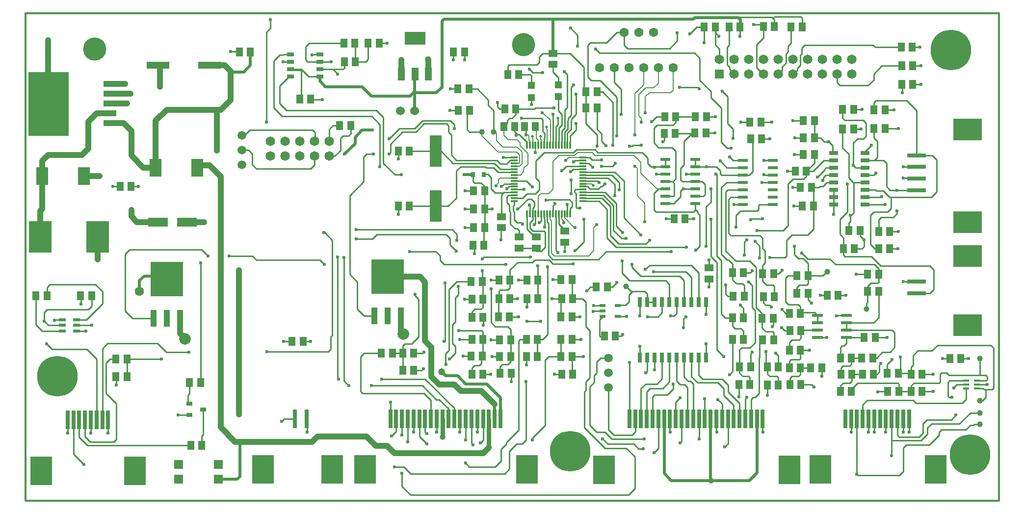
<source format=gbr>
G04 EasyPC Gerber Version 21.0.3 Build 4286 *
G04 #@! TF.Part,Single*
G04 #@! TF.FileFunction,Copper,L1,Top *
G04 #@! TF.FilePolarity,Positive *
%FSLAX35Y35*%
%MOIN*%
G04 #@! TA.AperFunction,SMDPad*
%ADD26R,0.01181X0.04724*%
%ADD85R,0.02559X0.06890*%
%ADD14R,0.02953X0.12992*%
%ADD70R,0.03150X0.03543*%
%ADD89R,0.03937X0.11220*%
%ADD71R,0.04800X0.08800*%
%ADD18R,0.05118X0.05906*%
%ADD77R,0.07874X0.12008*%
%ADD21R,0.07874X0.21654*%
%ADD15R,0.15157X0.19685*%
%ADD76R,0.15354X0.21260*%
%ADD90R,0.21850X0.23425*%
%ADD75R,0.27559X0.43307*%
%ADD23R,0.04724X0.04724*%
G04 #@! TA.AperFunction,ComponentPad*
%ADD84R,0.06000X0.06000*%
%ADD27R,0.06496X0.06496*%
G04 #@! TD.AperFunction*
%ADD95C,0.00591*%
%ADD93C,0.00984*%
%ADD98C,0.01200*%
%ADD96C,0.01969*%
G04 #@! TA.AperFunction,ViaPad*
%ADD91C,0.02362*%
G04 #@! TD.AperFunction*
%ADD94C,0.03150*%
G04 #@! TA.AperFunction,ComponentPad*
%ADD22C,0.03937*%
G04 #@! TA.AperFunction,ViaPad*
%ADD97C,0.04724*%
G04 #@! TA.AperFunction,ComponentPad*
%ADD83C,0.05906*%
%ADD29C,0.06000*%
%ADD24C,0.06299*%
%ADD28C,0.06496*%
G04 #@! TA.AperFunction,ViaPad*
%ADD92C,0.07874*%
G04 #@! TA.AperFunction,WasherPad*
%ADD13C,0.15748*%
%ADD12C,0.27559*%
G04 #@! TA.AperFunction,SMDPad*
%ADD25R,0.04724X0.01181*%
%ADD88R,0.03937X0.01772*%
%ADD73R,0.06700X0.02100*%
%ADD86R,0.04134X0.02165*%
%ADD82R,0.07800X0.02200*%
%ADD80R,0.04724X0.02362*%
%ADD72R,0.05000X0.02500*%
%ADD87R,0.06004X0.02559*%
%ADD81R,0.03937X0.02756*%
%ADD16R,0.12992X0.02953*%
%ADD74R,0.08504X0.04213*%
%ADD78R,0.15748X0.04921*%
%ADD19R,0.05906X0.05118*%
%ADD79R,0.13386X0.06299*%
%ADD20R,0.14173X0.08661*%
%ADD17R,0.19685X0.15157*%
X0Y0D02*
D02*
D12*
X24307Y85394D03*
X372733Y34213D03*
X631313Y306899D03*
X644305Y32096D03*
D02*
D13*
X49898Y307835D03*
X341156Y310836D03*
D02*
D14*
X31313Y55718D03*
X35250D03*
X39187D03*
X43124D03*
X47061D03*
X50998D03*
X54935D03*
X58872D03*
X185841Y56506D03*
X193715D03*
X250604D03*
X254541D03*
X258478D03*
X262415D03*
X266352D03*
X270289D03*
X274226D03*
X278163D03*
X282100D03*
X286037D03*
X289974D03*
X293911D03*
X297848D03*
X301785D03*
X305722D03*
X309659D03*
X313596D03*
X317533D03*
X321470D03*
X325407D03*
X413006Y56446D03*
X416943D03*
X420880D03*
X424817D03*
X428754D03*
X432691D03*
X436628D03*
X440565D03*
X444502D03*
X448439D03*
X452376D03*
X456313D03*
X460250D03*
X464187D03*
X468124D03*
X472061D03*
X475998D03*
X479935D03*
X483872D03*
X487809D03*
X491746D03*
X495683D03*
X499620D03*
X503557D03*
X559659Y56506D03*
X563596D03*
X567533D03*
X571470D03*
X575407D03*
X579344D03*
X583281D03*
X587219D03*
X591156D03*
X595093D03*
X599030D03*
X602967D03*
D02*
D15*
X13400Y21072D03*
X76982D03*
X164187Y21860D03*
X211234D03*
X233478D03*
X343518D03*
X395683Y21801D03*
X521667D03*
X542730Y21860D03*
X621077D03*
D02*
D16*
X608085Y141742D03*
Y149616D03*
Y211820D03*
Y219694D03*
Y227569D03*
Y235443D03*
D02*
D17*
X642730Y120088D03*
Y167135D03*
Y190167D03*
Y252962D03*
D02*
D18*
X9856Y139970D03*
X17337D03*
X40171D03*
X47652D03*
X64187Y84852D03*
Y97057D03*
X66943Y214380D03*
X71667Y84852D03*
Y97057D03*
X74423Y214380D03*
X114187Y80915D03*
X114974Y38395D03*
X121667Y80915D03*
X122455Y38395D03*
X148045Y305718D03*
X155526D03*
X183872Y108868D03*
X188990Y273828D03*
X191352Y108868D03*
X196470Y273828D03*
X216156Y255718D03*
X218911Y311624D03*
X219305Y299025D03*
X223636Y255718D03*
X226392Y311624D03*
X226785Y299025D03*
X235447Y311624D03*
X242927D03*
X244502Y100994D03*
X251982D03*
X255919Y200994D03*
Y238395D03*
X259069Y89183D03*
Y100994D03*
X263400Y200994D03*
Y238395D03*
X266549Y89183D03*
Y100994D03*
X293537Y305718D03*
X296470Y280521D03*
X296864Y265954D03*
X301018Y305718D03*
X303951Y280521D03*
X304344Y265954D03*
X305526Y99025D03*
Y149813D03*
X305919Y86820D03*
Y110443D03*
Y125403D03*
Y137608D03*
X306707Y174222D03*
X307100Y186427D03*
Y199025D03*
Y211230D03*
X313006Y99025D03*
Y149813D03*
X313400Y86820D03*
Y110443D03*
Y125403D03*
Y137608D03*
X314187Y174222D03*
X314581Y186427D03*
Y199025D03*
Y211230D03*
X324030Y125797D03*
X324423Y138002D03*
Y150600D03*
X324817Y98631D03*
Y110049D03*
X325211Y87214D03*
X327573Y254931D03*
X328360Y267135D03*
X330329Y290364D03*
X331510Y125797D03*
X331904Y138002D03*
Y150600D03*
X332297Y98631D03*
Y110049D03*
X332691Y87214D03*
X335053Y254931D03*
X335841Y267135D03*
X337809Y290364D03*
X341746Y254931D03*
X342927Y98631D03*
Y110443D03*
X343321Y138002D03*
Y150600D03*
X349226Y254931D03*
X350407Y98631D03*
Y110443D03*
X350801Y138002D03*
Y150600D03*
X366549Y98631D03*
Y110443D03*
Y125797D03*
Y150994D03*
X366943Y86820D03*
Y138002D03*
X374030Y98631D03*
Y110443D03*
Y125797D03*
Y150994D03*
X374423Y86820D03*
Y138002D03*
X383478Y267529D03*
Y278553D03*
X390565Y145876D03*
X390959Y267529D03*
Y278553D03*
X396077Y112805D03*
X398045Y145876D03*
X403557Y112805D03*
X436628Y250206D03*
X437022Y261624D03*
X443321Y192332D03*
X444108Y250206D03*
X444502Y261624D03*
X450801Y192332D03*
X457494Y250600D03*
X457888Y261624D03*
X463793Y322647D03*
X464974Y250600D03*
X465368Y261624D03*
X471274Y322647D03*
X480722D03*
X483085Y110443D03*
Y125009D03*
Y155718D03*
X483478Y139576D03*
X487415Y79734D03*
X487809Y91545D03*
X488203Y322647D03*
X490565Y110443D03*
Y125009D03*
Y155718D03*
X490959Y139576D03*
X494896Y79734D03*
Y258080D03*
X495289Y91545D03*
Y246663D03*
X502376Y258080D03*
X502770Y246663D03*
X503163Y124616D03*
X503557Y110049D03*
Y154931D03*
X503951Y139183D03*
Y323041D03*
X506707Y79340D03*
Y91545D03*
X510644Y124616D03*
X511037Y110049D03*
Y154931D03*
X511431Y139183D03*
Y323041D03*
X514187Y79340D03*
Y91545D03*
X521667Y91151D03*
Y102962D03*
Y128159D03*
X522061Y79734D03*
Y116348D03*
X522848Y322647D03*
X525604Y224616D03*
X526785Y141545D03*
Y153750D03*
X529148Y91151D03*
Y102962D03*
Y128159D03*
Y213592D03*
X529541Y79734D03*
Y116348D03*
X530329Y322647D03*
X530526Y200994D03*
X531116Y236033D03*
Y247450D03*
Y258868D03*
X533085Y224616D03*
X534266Y141545D03*
Y153750D03*
X536234Y91151D03*
X536628Y213592D03*
X538006Y200994D03*
X538596Y236033D03*
Y247450D03*
Y258868D03*
X543715Y91151D03*
X547258Y140364D03*
X554738D03*
X556313Y75009D03*
Y97844D03*
X556707Y86820D03*
X557888Y253356D03*
Y266742D03*
X558281Y171860D03*
X562219Y184458D03*
X563793Y75009D03*
Y97844D03*
X564187Y86820D03*
X565368Y253356D03*
Y266742D03*
X565762Y171860D03*
X569699Y184458D03*
X570880Y97844D03*
X571274Y86820D03*
X572455Y111624D03*
X574817Y143120D03*
Y154537D03*
X578360Y97844D03*
X578754Y86820D03*
X579148Y253750D03*
Y266348D03*
X579935Y111624D03*
X582297Y143120D03*
Y154537D03*
Y171860D03*
Y183671D03*
X586628Y253750D03*
Y266348D03*
X588163Y87214D03*
X588557Y75009D03*
X589778Y171860D03*
Y183671D03*
X595644Y87214D03*
X596037Y75009D03*
X597652Y308868D03*
X598045Y283671D03*
Y296269D03*
X604305Y86820D03*
X604344Y75009D03*
X605132Y308868D03*
X605526Y283671D03*
Y296269D03*
X611785Y86820D03*
X611825Y75009D03*
X630722Y97450D03*
X638203D03*
D02*
D19*
X326195Y186230D03*
Y193710D03*
X338006Y172450D03*
Y179931D03*
X349817Y172450D03*
Y179931D03*
X361234Y297254D03*
Y304734D03*
X369108Y176387D03*
Y183868D03*
X467140Y151387D03*
Y158868D03*
D02*
D70*
X306904Y222254D03*
X313990D03*
D02*
D71*
X258178Y290644D03*
X267278D03*
X276378D03*
D02*
D20*
X267278Y315045D03*
D02*
D21*
X281313Y200893D03*
Y238294D03*
D02*
D22*
X13990Y221466D02*
Y199045D01*
X12789Y197844*
Y180128*
X17927Y313592D02*
Y262017D01*
X18459Y270226*
X17927Y313592D03*
X51785Y164773D02*
Y180128D01*
X51766*
X51785Y164773D03*
X52967Y221466D02*
X42337D01*
X52967D03*
X60053Y263986D02*
X50998D01*
X45486Y258474*
Y239970*
X41156Y235639*
X17927*
X13990Y231702*
Y221466*
X70289Y284065D02*
X60053D01*
X70289D03*
X71864Y270679D02*
X60053D01*
X71864D03*
X74226Y277372D02*
X60053D01*
X74226D03*
X74620Y198238D02*
Y193907D01*
X78557Y189970*
X92730*
X74620Y198238D03*
X91156Y226978D02*
Y258868D01*
X98636Y266348*
X132888*
X91156Y226978D02*
X82888D01*
X74620Y235246*
Y252175*
X69502Y257293*
X60053*
X93911Y282096D02*
Y296663D01*
X92730*
X93911Y282096D03*
X107829Y124714D02*
Y114242D01*
X111234Y110836*
X124226Y189970D02*
X112415D01*
X124226D03*
X132888Y238789D03*
Y266348D02*
Y238789D01*
Y266348D02*
X135250D01*
X141943Y273041*
Y292726*
X138006Y296663*
X127770*
X147848Y59261D03*
Y157293D02*
Y59261D01*
Y157293D03*
X148242Y40757D02*
X145093D01*
X135250Y50600*
Y221072*
X127770Y228553*
X119502*
Y226978*
X248813Y152864D02*
X270781D01*
X274226Y149419*
Y109261*
X278557Y104931*
Y84852*
X283675Y79734*
X293911*
X298242Y75403*
X312415*
X321470Y66348*
X257829Y126289D02*
Y115423D01*
X259266Y113986*
X258085Y300206D02*
X258178D01*
Y290644*
X258085Y300206D03*
X276195Y300600D02*
X276378D01*
Y290644*
X276195Y300600D03*
X286037Y43907D03*
X312809Y251387D03*
X317533Y36820D02*
X313596Y32883D01*
X253360*
X248242Y38002*
X240762*
X234463Y44301*
X200998*
X197455Y40757*
X148242*
X320683Y251387D03*
X410841Y146269D03*
X468321Y14380D03*
X547455Y156506D03*
X574226Y130915D03*
X650998Y52569D03*
Y60443D03*
Y68710D03*
Y97450D03*
D02*
D23*
X346274Y274813D03*
Y283080D03*
X364778Y275206D03*
Y283474D03*
D02*
D24*
X80132Y143120D03*
X392665Y294932D03*
X402665Y294864D03*
X409266Y319104D03*
X412665Y294932D03*
X419266Y319104D03*
X422652Y294932D03*
X429266Y319104D03*
X432665Y294932D03*
X442665D03*
D02*
D25*
X334713Y204340D03*
Y206309D03*
Y208277D03*
Y210246D03*
Y212214D03*
Y214183D03*
Y216151D03*
Y218120D03*
Y220088D03*
Y222057D03*
Y224025D03*
Y225994D03*
Y227962D03*
Y229931D03*
Y231899D03*
Y233868D03*
X381256Y204340D03*
Y206309D03*
Y208277D03*
Y210246D03*
Y212214D03*
Y214183D03*
Y216151D03*
Y218120D03*
Y220088D03*
Y222057D03*
Y224025D03*
Y225994D03*
Y227962D03*
Y229931D03*
Y231899D03*
Y233868D03*
D02*
D26*
X343321Y195832D03*
Y242476D03*
X345289Y195832D03*
Y242476D03*
X347258Y195832D03*
Y242476D03*
X349226Y195832D03*
Y242476D03*
X351195Y195832D03*
Y242476D03*
X353163Y195832D03*
Y242476D03*
X355132Y195832D03*
Y242476D03*
X357100Y195832D03*
Y242476D03*
X359069Y195832D03*
Y242476D03*
X361037Y195832D03*
Y242476D03*
X363006Y195832D03*
Y242476D03*
X364974Y195832D03*
Y242476D03*
X366943Y195832D03*
Y242476D03*
X368911Y195832D03*
Y242476D03*
X370880Y195832D03*
Y242476D03*
X372848Y195832D03*
Y242476D03*
D02*
D27*
X474226Y290757D03*
D02*
D28*
X169187Y234911D03*
Y244911D03*
X179187Y234911D03*
Y244911D03*
X189187Y234911D03*
Y244911D03*
X199187Y234911D03*
Y244911D03*
X209187Y234911D03*
Y244911D03*
X474226Y300757D03*
X484226Y290757D03*
Y300757D03*
X494226Y290757D03*
Y300757D03*
X504226Y290757D03*
Y300757D03*
X514226Y290757D03*
Y300757D03*
X524226Y290757D03*
Y300757D03*
X534226Y290757D03*
Y300757D03*
X544226Y290757D03*
Y300757D03*
X554226Y290757D03*
Y300757D03*
X564226Y290757D03*
Y300757D03*
D02*
D29*
X257297Y265561D03*
X267114D03*
D02*
D72*
X182671Y288848D03*
Y293848D03*
Y298848D03*
Y303848D03*
X202671Y288848D03*
Y293848D03*
Y298848D03*
Y303848D03*
D02*
D73*
X437255Y202529D03*
Y207529D03*
Y212529D03*
Y217529D03*
Y222529D03*
Y227529D03*
Y232529D03*
X457655Y202529D03*
Y207529D03*
Y212529D03*
Y217529D03*
Y222529D03*
Y227529D03*
Y232529D03*
X490011Y202135D03*
Y207135D03*
Y212135D03*
Y217135D03*
Y222135D03*
Y227135D03*
Y232135D03*
X510411Y202135D03*
Y207135D03*
Y212135D03*
Y217135D03*
Y222135D03*
Y227135D03*
Y232135D03*
D02*
D74*
X60053Y257293D03*
Y263986D03*
Y270679D03*
Y277372D03*
Y284065D03*
D02*
D75*
X18459Y270226D03*
D02*
D76*
X12789Y180128D03*
X51766D03*
D02*
D77*
X13990Y221466D03*
X42337D03*
X91156Y226978D03*
X119502D03*
D02*
D78*
X92730Y296663D03*
X127770D03*
D02*
D79*
X92730Y189970D03*
X112415D03*
D02*
D80*
X27573Y116151D03*
Y119891D03*
Y123631D03*
X37415Y116151D03*
Y119891D03*
Y123631D03*
D02*
D81*
X113990Y59065D03*
Y66545D03*
X123439Y62805D03*
D02*
D82*
X540904Y111604D03*
Y116604D03*
Y121604D03*
Y126604D03*
X560304Y111604D03*
Y116604D03*
Y121604D03*
Y126604D03*
D02*
D83*
X149593Y239091D03*
X149661Y229091D03*
Y249091D03*
X398792Y77700D03*
Y97700D03*
X398860Y87700D03*
D02*
D84*
X106904Y15403D03*
Y25403D03*
X133675Y15403D03*
Y25403D03*
D02*
D85*
X420230Y97943D03*
Y135541D03*
X425230Y97943D03*
Y135541D03*
X430230Y97943D03*
Y135541D03*
X435230Y97943D03*
Y135541D03*
X440230Y97943D03*
Y135541D03*
X445230Y97943D03*
Y135541D03*
X450230Y97943D03*
Y135541D03*
X455230Y97943D03*
Y135541D03*
X460230Y97943D03*
Y135541D03*
X465230Y97943D03*
Y135541D03*
D02*
D86*
X394699Y125994D03*
Y129734D03*
Y133474D03*
X404935Y125994D03*
Y133474D03*
D02*
D87*
X551738Y201998D03*
Y206998D03*
Y211998D03*
Y216998D03*
Y221998D03*
Y226998D03*
Y231998D03*
Y236998D03*
X573093Y201998D03*
Y206998D03*
Y211998D03*
Y216998D03*
Y221998D03*
Y226998D03*
Y231998D03*
Y236998D03*
D02*
D88*
X641746Y77175D03*
Y79734D03*
Y82293D03*
X649226Y77175D03*
Y79734D03*
Y82293D03*
D02*
D89*
X89797Y124714D03*
X98813D03*
X107829D03*
X239797Y126289D03*
X248813D03*
X257829D03*
D02*
D90*
X98813Y151289D03*
X248813Y152864D03*
D02*
D91*
X15565Y122647D03*
X17140Y107293D03*
X22514Y123474D03*
X31313Y46663D03*
X40368Y134458D03*
X42337Y25403D03*
X43774Y115994D03*
X47061Y46663D03*
X47848Y119931D03*
X58872Y46663D03*
X62022Y214380D03*
X64384Y79340D03*
X79344Y214380D03*
X95093Y97057D03*
X106510Y58868D03*
X113596Y101781D03*
X121667Y162411D03*
X126589Y167135D03*
X141156D03*
X141943Y306112D03*
X166352Y258080D03*
X166746Y102175D03*
X169108Y327765D03*
X176589Y54537D03*
X177770Y299025D03*
X178163Y108868D03*
X193911Y47450D03*
X196274Y108868D03*
X197455Y303750D03*
X204541Y273435D03*
X205329Y182883D03*
X205722Y161230D03*
X210447Y298848D03*
X214778Y166348D03*
Y290757D03*
X215565Y83277D03*
X219108Y165954D03*
X219502Y236427D03*
X222258Y78946D03*
X227376Y178553D03*
Y184852D03*
X237612Y78946D03*
X238400Y252569D03*
X239187Y236427D03*
X243518Y227765D03*
X244699Y83277D03*
X248242Y311624D03*
X249817Y236427D03*
Y246663D03*
X250604Y67529D03*
X251392Y44694D03*
X253360Y23828D03*
X256116Y195482D03*
Y232883D03*
X258085Y222254D03*
X258478Y19498D03*
Y45482D03*
X262415Y40757D03*
X263596Y169891D03*
X266352Y47450D03*
X267533Y141151D03*
X273045Y90364D03*
X273439Y101781D03*
X275407Y39183D03*
Y46269D03*
X282100Y47450D03*
X287219Y108868D03*
X287612Y148631D03*
X288400Y93513D03*
X290762Y97057D03*
X291156Y265954D03*
X291549Y280521D03*
X293518Y300206D03*
X293911Y253750D03*
X295486Y170285D03*
X295880Y177765D03*
X296667Y146269D03*
X297061Y116348D03*
X297848Y47450D03*
Y110443D03*
X300211Y99025D03*
X300604Y222254D03*
X300998Y137608D03*
Y300206D03*
X301392Y186427D03*
Y199025D03*
Y211230D03*
X301785Y26191D03*
Y41939D03*
X306904Y38789D03*
X307691Y168710D03*
X309659Y47450D03*
X311628Y39970D03*
X313006Y156899D03*
Y165167D03*
X313596Y119891D03*
X318715Y86820D03*
X319108Y110049D03*
Y144694D03*
Y150600D03*
X319896Y98631D03*
Y199025D03*
X322258Y214773D03*
X323439Y271466D03*
X325801Y178159D03*
X326195Y214380D03*
X327376Y233868D03*
X328951Y161230D03*
X329738Y212805D03*
X332888Y81702D03*
X336037Y249025D03*
X337219Y138002D03*
Y199025D03*
X337612Y125797D03*
Y150600D03*
X339581Y260836D03*
X340368Y188789D03*
X341549Y212411D03*
X342730Y81702D03*
Y249419D03*
X343124Y93120D03*
X343518Y122647D03*
Y132490D03*
X345093Y201781D03*
Y293907D03*
X345880Y166348D03*
X346274Y269891D03*
X347061Y41939D03*
Y213986D03*
X348242Y188395D03*
X349226Y237214D03*
X350801Y160443D03*
X351785Y189576D03*
X352573Y122647D03*
X353754Y264380D03*
X354148Y291545D03*
X355329Y186820D03*
X356510Y204931D03*
X357297Y159655D03*
X360447Y138002D03*
X361234Y150994D03*
Y263198D03*
X361628Y267529D03*
X362022Y86820D03*
X362415Y202529D03*
X364384Y169498D03*
X367140Y225009D03*
X368321Y189576D03*
X368715Y292332D03*
X369108Y169891D03*
X369896Y232096D03*
X370683Y202175D03*
X373045Y224222D03*
Y321860D03*
X373439Y209261D03*
Y218710D03*
X374620Y161624D03*
X375014Y230915D03*
Y283277D03*
X376195Y170679D03*
Y186427D03*
X376589Y256899D03*
Y276978D03*
X377770Y309655D03*
X379344Y125797D03*
Y199813D03*
X380132Y110443D03*
X381707Y98631D03*
X382100Y191939D03*
X384069Y143513D03*
X388006Y227372D03*
X388400Y129340D03*
X388793Y133474D03*
X389974Y307687D03*
X390762Y188395D03*
X391156Y241545D03*
X392337Y217135D03*
X393911Y228159D03*
Y232490D03*
X394699Y42726D03*
X396274Y215954D03*
X397061Y241939D03*
X401785Y242332D03*
X402967Y208080D03*
X403360Y230128D03*
X404541Y149025D03*
Y248631D03*
X406116Y212017D03*
X407297Y263198D03*
X408085Y163592D03*
X408478Y113592D03*
Y182883D03*
X410841Y178946D03*
X411234Y125994D03*
X413006Y94694D03*
X413203Y241545D03*
X414778Y161230D03*
X416746Y228159D03*
Y249419D03*
X420230Y105718D03*
Y126191D03*
X420880Y181309D03*
X421077Y242332D03*
Y258080D03*
X422258Y36033D03*
X423045Y42726D03*
X423439Y190364D03*
X423833Y158080D03*
Y264380D03*
X424226Y87608D03*
X425407Y125797D03*
X426589Y177765D03*
X428163Y258474D03*
X429344Y156506D03*
X429738Y33277D03*
X430132Y227372D03*
X430230Y89576D03*
X431313Y222647D03*
X435644Y244694D03*
X438006Y192332D03*
X440762Y47450D03*
X441156Y126191D03*
X441549Y169891D03*
X442730Y80128D03*
X445486Y318710D03*
X447061Y281702D03*
X447455Y39970D03*
Y70679D03*
X449817Y118317D03*
Y212529D03*
X451392Y125797D03*
X451785Y173041D03*
Y222647D03*
X454148Y317923D03*
X456904Y192332D03*
X458085Y171072D03*
X460250Y42726D03*
X460447Y280521D03*
X463793Y312017D03*
X464187Y69891D03*
X465171Y173828D03*
X465230Y107293D03*
Y127372D03*
X465565Y227529D03*
X467140Y146072D03*
Y164183D03*
X468321Y191939D03*
Y212529D03*
X471077Y250600D03*
X471470Y261624D03*
X471864Y222647D03*
X472258Y47450D03*
X473045Y69498D03*
X473833Y316348D03*
X474620Y231702D03*
X476195Y278946D03*
X476982Y98631D03*
X477770Y37214D03*
X478557Y147450D03*
X480919Y86427D03*
Y234458D03*
X482100Y240364D03*
X483281Y247057D03*
X484069Y202175D03*
X485250Y186820D03*
X487415Y71466D03*
X488203Y316348D03*
X488400Y133671D03*
X488793Y258080D03*
X491156Y167529D03*
X492730Y71072D03*
Y178159D03*
X493911Y149419D03*
X495486Y191545D03*
X496274Y101781D03*
Y156899D03*
X497455Y324222D03*
X498242Y176978D03*
X499817Y184458D03*
X501392Y165561D03*
X502967Y217135D03*
X503360Y192332D03*
X503754Y47450D03*
X504541Y222254D03*
Y232096D03*
X505722Y102175D03*
X506707Y72254D03*
X508478Y165954D03*
Y246663D03*
X509266Y132490D03*
X509659Y258080D03*
X510053Y119104D03*
X512415Y100994D03*
X516352Y118317D03*
X516746Y130521D03*
Y157293D03*
X520289Y224616D03*
X524226Y213592D03*
Y258868D03*
X524620Y200994D03*
X525014Y173828D03*
Y236033D03*
X525407Y247450D03*
X530132Y169104D03*
X535250Y102962D03*
X536825Y134852D03*
X538400Y78159D03*
X540762Y220679D03*
X542730Y140364D03*
X543715Y85246D03*
X544305Y218317D03*
X547061Y111624D03*
X548242Y244694D03*
X551738Y195482D03*
X553754Y126191D03*
X560053Y140364D03*
X561234Y215954D03*
X563203Y194694D03*
X563596Y47450D03*
X565171Y228553D03*
X567140Y154537D03*
X567533Y18710D03*
X570289Y253356D03*
X571077Y266742D03*
X572258Y178159D03*
X575407Y47450D03*
X577376Y242332D03*
X579344Y47450D03*
X580526Y223435D03*
X581707Y74616D03*
X583675Y93907D03*
X584463Y207293D03*
X586825Y202175D03*
X587219Y47450D03*
X588006Y111624D03*
X591156Y31309D03*
X591549Y96663D03*
X592730Y266348D03*
X594699Y197844D03*
Y211820D03*
X595486Y171860D03*
X595880Y183671D03*
Y253750D03*
X597061Y98238D03*
X598242Y278159D03*
X599030Y47450D03*
Y149813D03*
Y219891D03*
Y227765D03*
X602967Y47450D03*
X610447Y308868D03*
X611234Y283671D03*
Y296269D03*
X619502Y75009D03*
Y86820D03*
X625801Y97450D03*
X632100Y71072D03*
X633281Y77372D03*
X634856Y58868D03*
X643518Y97450D03*
X656116Y79734D03*
D02*
D92*
X111234Y110836D03*
X259266Y113986D03*
D02*
D93*
X9856Y139970D02*
Y120285D01*
X13990Y116151*
X27573*
X15565Y122647D02*
Y128553D01*
X17533Y130521*
X45289*
X47652Y132883*
Y139970*
X17337D02*
Y145679D01*
X19502Y147844*
X50211*
X54935Y143120*
Y134655*
X43911Y123631*
X37415*
X22514Y123474D02*
Y123631D01*
X27573*
Y119891D02*
X18321D01*
X15565Y122647*
X31313Y46663D02*
Y55718D01*
X35250D02*
Y32490D01*
X42337Y25403*
X39187Y55718D02*
Y43907D01*
X44699Y38395*
X114974*
X40368Y134458D02*
Y139970D01*
X40171*
X43774Y115994D02*
Y116151D01*
X37415*
X47061Y46663D02*
Y55718D01*
X47848Y119931D02*
Y119891D01*
X37415*
X50998Y55718D02*
Y97057D01*
X44305Y103750*
X20683*
X17140Y107293*
X54935Y55718D02*
Y104143D01*
X58478Y107687*
X92337*
X98242Y101781*
X113596*
X58872Y46663D02*
Y55718D01*
X62022Y214380D02*
X66943D01*
X64187Y97057D02*
X60053D01*
X57297Y94301*
Y73828*
X64384Y66742*
Y42332*
X62809Y40757*
X46667*
X43124Y44301*
Y55718*
X64384Y79340D02*
Y84852D01*
X64187*
X71667Y97057D02*
Y84852D01*
X79344Y214380D02*
X74423D01*
X89797Y124714D02*
X75309D01*
X70289Y129734*
Y168317*
X73439Y171466*
X122258*
X126589Y167135*
X95093Y97057D02*
X71667D01*
X106510Y58868D02*
X113990D01*
Y59065*
X114187Y80915D02*
Y73238D01*
X113203Y72254*
Y67332*
X113990Y66545*
X121667Y162411D02*
Y80915D01*
X123439Y62805D02*
Y45679D01*
X122455Y44694*
Y38395*
X141156Y167135D02*
X156904D01*
X159659Y164380*
X202573*
X205722Y161230*
X141943Y306112D02*
X148045D01*
Y305718*
X149593Y239091D02*
X154240D01*
X156904Y236427*
Y228946*
X159659Y226191*
X196431*
X199187Y228946*
Y234911*
X149661Y249091D02*
X151457D01*
X154935Y252569*
X197848*
X199423Y250994*
Y245147*
X199187Y244911*
X166746Y102175D02*
X208478D01*
X210053Y103750*
Y112017*
X211234Y113198*
Y177765*
X206116Y182883*
X205329*
X169108Y327765D02*
Y321860D01*
X166352Y319104*
Y258080*
X177770Y299025D02*
Y298848D01*
X182671*
X178163Y108868D02*
X183872D01*
X182671Y293848D02*
X189974D01*
X194974Y288848*
X202671*
X185841Y56506D02*
X178557D01*
X176589Y54537*
X188990Y273828D02*
X189974D01*
Y293513*
X182337*
X182671Y293848*
X191352Y108868D02*
X196274D01*
X193911Y47450D02*
Y56506D01*
X193715*
X197455Y303750D02*
Y303848D01*
X202671*
Y293848D02*
X211687D01*
X214778Y290757*
X202671Y293848D02*
X218459D01*
X219305Y294694*
Y299025*
X202671Y298848D02*
X210447D01*
X202671D02*
X194482D01*
X193124Y300206*
Y309261*
X195486Y311624*
X218911*
X204541Y273435D02*
X196470D01*
Y273828*
X209187Y234911D02*
X212868D01*
X216746Y238789*
Y247057*
X218321Y248631*
X222258*
X223833Y250206*
Y255521*
X223636Y255718*
X209187Y244911D02*
Y253277D01*
X211628Y255718*
X216156*
X214778Y166348D02*
Y84065D01*
X215565Y83277*
X219108Y165954D02*
Y82096D01*
X222258Y78946*
X226785Y299025D02*
Y311230D01*
X226392Y311624*
X227376Y178553D02*
X238400D01*
X241549Y181702*
X288400*
X291156Y178946*
Y174616*
X295486Y170285*
X227376Y184852D02*
X292730D01*
X295880Y181702*
Y177765*
X235447Y311624D02*
Y300797D01*
X233675Y299025*
X226785*
X239797Y126289D02*
X232789D01*
X228163Y130915*
Y149419*
X223045Y154537*
Y208080*
X232494Y217529*
Y234458*
X234463Y236427*
X239187*
X243518Y227765D02*
Y256506D01*
X238006Y262017*
X176982*
X171470Y267529*
Y299813*
X175407Y303750*
X177770*
Y303848*
X182671*
X248242Y311624D02*
X242927D01*
X249817Y236427D02*
X250604Y237214D01*
Y243120*
X258872Y251387*
X267927*
X273439Y256899*
X288793*
X289974Y255718*
Y251387*
X291943Y249419*
Y235639*
X295486Y232096*
X323045*
X325407Y229734*
X329738*
X331904Y231899*
X334713*
X249817Y246663D02*
X256904Y253750D01*
X267140*
X272258Y258868*
X291549*
X293911Y256506*
Y253750*
X250604Y56506D02*
Y67529D01*
X253360Y23828D02*
X259659D01*
X264384Y19104*
X328360*
X331510Y22254*
Y34261*
X336431Y39183*
X339974*
X342730Y41939*
Y81702*
X254541Y56506D02*
Y47844D01*
X251392Y44694*
X256116Y195482D02*
Y200994D01*
X255919*
X256116Y232883D02*
Y238395D01*
X255919*
X258085Y222254D02*
X253754D01*
X245880Y230128*
Y261230*
X241156Y265954*
X180132*
X175407Y270679*
Y282549*
X181707Y288848*
X182671*
X258478Y19498D02*
Y10443D01*
X264384Y4537*
X412415*
X416746Y8868*
Y30521*
X410841Y36427*
X396274*
X382494Y50206*
Y75009*
X383281Y75797*
Y81702*
X386037Y84458*
Y116348*
X383281Y119104*
Y135639*
X380919Y138002*
X374423*
X258478Y45482D02*
Y56506D01*
X259069Y89183D02*
Y100994D01*
Y105915*
X260447Y107293*
X265171*
X269896Y112017*
Y137608*
X267533Y139970*
Y141151*
X259069Y100994D02*
X251982D01*
X262415Y40757D02*
Y56506D01*
X263400Y200994D02*
X281212D01*
X281313Y200893*
X263400Y238395D02*
X281212D01*
X281313Y238294*
X263596Y169891D02*
X281707D01*
X284463Y167135*
Y163986*
X287219Y161230*
X328951*
X266352Y47450D02*
Y56506D01*
X266549Y89183D02*
X271864D01*
X273045Y90364*
X266549Y100994D02*
X272652D01*
X273439Y101781*
X270289Y56506D02*
Y44301D01*
X275407Y39183*
X274226Y56506D02*
Y47450D01*
X275407Y46269*
X278163Y56506D02*
Y69104D01*
X273439Y73828*
X231707*
X230526Y75009*
Y98631*
X232888Y100994*
X244502*
X281313Y200893D02*
X289873D01*
X295486Y206506*
Y225009*
X298242Y227765*
X314974*
X315762Y226978*
X320683*
X323636Y224025*
X334713*
X281313Y238294D02*
X284957D01*
X293124Y230128*
X321077*
X322061Y229143*
X322258*
X325407Y225994*
X334713*
X282100Y47450D02*
Y56506D01*
X287612Y148631D02*
Y108868D01*
X287219*
X288400Y93513D02*
X288006D01*
Y100600*
X290368Y102962*
Y144301*
X295880Y149813*
X305526*
X289974Y56506D02*
Y63198D01*
X283675Y69498*
X281707*
X272258Y78946*
X237612*
X291156Y265954D02*
X296864D01*
X291549Y280521D02*
X296470D01*
X293518Y300206D02*
Y305718D01*
X293537*
X293911Y56506D02*
Y63592D01*
X274226Y83277*
X244699*
X296667Y146269D02*
Y140757D01*
X294699Y138789*
Y122254*
X292730Y120285*
Y107687*
X294699Y105718*
Y100994*
X290762Y97057*
X297061Y116348D02*
X312612D01*
X313400Y115561*
Y110443*
X297848Y47450D02*
Y56506D01*
Y110443D02*
X305919D01*
X300211Y99025D02*
X305526D01*
X300998Y137608D02*
X305919D01*
X300998Y300206D02*
Y305718D01*
X301018*
X301392Y186427D02*
X307100D01*
X301392Y199025D02*
X307100D01*
X301392Y211230D02*
X307100D01*
X301785Y41939D02*
Y56506D01*
X303951Y280521D02*
X309659D01*
X317140Y273041*
Y269498*
X320683Y265954*
Y251387*
X305722Y56506D02*
Y39970D01*
X306904Y38789*
X305919Y86820D02*
Y90954D01*
X307691Y92726*
X311234*
X312415Y93907*
Y98435*
X313006Y99025*
X305919Y125403D02*
Y129143D01*
X307691Y130915*
X312219*
X313400Y132096*
Y137608*
X307691Y168710D02*
Y174222D01*
X306707*
X309659Y47450D02*
Y56506D01*
X312809Y251387D02*
X304148D01*
X302573Y252962*
Y264183*
X304344Y265954*
X313006Y156899D02*
Y149813D01*
X313400Y110443D02*
Y99419D01*
X313006Y99025*
X313400Y137608D02*
Y149419D01*
X313006Y149813*
X313596Y56506D02*
Y41939D01*
X311628Y39970*
X313596Y119891D02*
Y125403D01*
X313400*
X313990Y222254D02*
Y222647D01*
X316746*
X319108Y220285*
Y212805*
X321864Y210049*
X327770*
Y210246*
X314187Y174222D02*
Y186033D01*
X314581Y186427*
Y199025*
Y211230*
Y214183*
X312022Y216742*
X307691*
X306904Y217529*
Y222254*
X318715Y86820D02*
X313400D01*
X319108Y110049D02*
X324817D01*
X319108Y144694D02*
Y121860D01*
X321864Y119104*
X330329*
X332297Y117135*
Y110049*
X319108Y150600D02*
X324423D01*
X319896Y98631D02*
X324817D01*
X319896Y199025D02*
X314581D01*
X323439Y271466D02*
Y268317D01*
X324620Y267135*
X328360*
X324030Y125797D02*
Y137608D01*
X324423Y138002*
X325801Y178159D02*
Y186230D01*
X326195*
Y193710D02*
Y208671D01*
X327770Y210246*
X334713*
X330329Y290364D02*
Y296072D01*
X331313Y297057*
X350211*
X351785Y298631*
Y302372*
X354148Y304734*
X361234*
X331904Y150600D02*
Y157687D01*
X337022Y162805*
X347061*
X348636Y164380*
X358478*
X361234Y161624*
X374620*
X331904Y150600D02*
Y145285D01*
X330526Y143907*
X325211*
X324423Y143120*
Y138002*
X332297Y98631D02*
Y95285D01*
X330526Y93513*
X326785*
X325211Y91939*
Y87214*
X332297Y110049D02*
Y98631D01*
X332888Y81702D02*
Y87214D01*
X332691*
X334713Y204340D02*
Y201638D01*
X334069Y200994*
Y197844*
X334856Y197057*
Y191545*
X336825Y189576*
X339581*
X340368Y188789*
X334713Y206309D02*
X340565D01*
X343518Y209261*
X349030*
X351785Y212017*
Y217529*
X349423Y219891*
Y231702*
X354935Y237214*
X375014*
X376982Y239183*
X389581*
X391549Y237214*
X421864*
X425407Y233671*
Y229891*
X427770Y227529*
X429738*
X334713Y208277D02*
X330722D01*
X329738Y207293*
Y203356*
X331313Y201781*
Y197844*
X332100Y197057*
Y188789*
X335250Y185639*
X336825*
X338006Y184458*
Y179931*
X334713Y212214D02*
X341352D01*
X341549Y212411*
X334713Y214183D02*
X331116D01*
X329738Y212805*
X334713Y216151D02*
X327967D01*
X326195Y214380*
X334713Y218120D02*
X342927D01*
X347061Y213986*
X334713Y233868D02*
X327376D01*
X335841Y267135D02*
Y263395D01*
X333281Y260836*
X331707*
X330132Y259261*
Y257490*
X327573Y254931*
X336431Y250206D02*
Y249419D01*
X336037Y249025*
X336431Y250206D02*
X336234D01*
X335053Y251387*
Y254931*
X337219Y138002D02*
X331904D01*
X337612Y125797D02*
X331510D01*
X337612Y150600D02*
X343321D01*
X337809Y290364D02*
X345486D01*
X346274Y289576*
Y283080*
X338006Y172450D02*
X349817D01*
X342730Y249419D02*
Y254931D01*
X341746*
X342927Y110443D02*
X338793D01*
X337612Y109261*
Y48631*
X329344Y40364*
Y39183*
X325801Y35639*
Y27765*
X321864Y23828*
X304148*
X301785Y26191*
X343124Y93120D02*
Y98631D01*
X342927*
X343321Y195832D02*
Y185246D01*
X348636Y179931*
X349817*
X343321Y242476D02*
Y244498D01*
X338006Y249813*
X336431*
Y250206*
X343518Y122647D02*
X352573D01*
X343518Y132490D02*
Y138002D01*
X343321*
X345289Y195832D02*
Y201584D01*
X345093Y201781*
X345880Y166348D02*
X314187D01*
X313006Y165167*
X346274Y269891D02*
Y274813D01*
X347258Y195832D02*
Y199616D01*
X348242Y200600*
Y203750*
X346274Y205718*
X343911*
X337219Y199025*
X349226Y195832D02*
Y189380D01*
X348242Y188395*
X349817Y172450D02*
Y170482D01*
X353163*
X355722Y173041*
Y183277*
X354935Y184065*
X347455*
X345486Y186033*
Y189773*
X347258Y191545*
Y195832*
X350407Y110443D02*
Y98631D01*
X350801Y150600D02*
Y138002D01*
Y160443D02*
Y150600D01*
X353163Y195832D02*
Y190954D01*
X351785Y189576*
X354148Y291545D02*
X347455D01*
X345093Y293907*
X355132Y242476D02*
Y246860D01*
X355329Y247057*
Y250600*
X354148Y251781*
Y259655*
X352967Y260836*
X339581*
X355329Y186820D02*
Y192135D01*
X355132Y192332*
Y195832*
X357297Y159655D02*
Y113592D01*
X354148Y110443*
X350407*
X360447Y138002D02*
X366943D01*
X361037Y195832D02*
Y201151D01*
X362415Y202529*
X361037Y242476D02*
Y251781D01*
X361234Y251978*
Y263198*
Y150994D02*
X366549D01*
X361234Y304734D02*
X372848D01*
X382100Y295482*
Y278553*
X383478*
X361628Y267529D02*
X348636D01*
Y267135*
X335841*
X362022Y86820D02*
X366943D01*
X363006Y195832D02*
Y170876D01*
X364384Y169498*
X363006Y242476D02*
Y255128D01*
X364384Y256506*
Y260836*
X364778Y283474D02*
Y288395D01*
X361234Y291939*
Y297254*
X364974Y242476D02*
Y253946D01*
X367140Y256112*
Y263198*
X364778Y265561*
Y275206*
X366549Y98631D02*
X358085D01*
X355722Y96269*
Y52175*
X347061Y43513*
Y41939*
X366549Y110443D02*
Y98631D01*
Y125797D02*
Y137608D01*
X366943Y138002*
Y242476D02*
Y251978D01*
X369108Y254143*
Y266348*
X370683Y267923*
Y290364*
X368715Y292332*
X369108Y169891D02*
Y176387D01*
Y183868D02*
Y184655D01*
X364974Y188789*
Y195832*
X370880D02*
Y201978D01*
X370683Y202175*
X372848Y195832D02*
Y199222D01*
X374226Y200600*
Y203356*
X372258Y205324*
X358085*
X357691Y204931*
X356510*
X373439Y218710D02*
Y209261D01*
X374030Y98631D02*
Y87214D01*
X374423Y86820*
X374030Y150994D02*
Y138395D01*
X374423Y138002*
X375014Y283277D02*
X373439Y281702D01*
Y262805*
X371470Y260836*
Y259261*
X371077Y258868*
Y253356*
X368911Y251191*
Y242476*
X376589Y256899D02*
Y252569D01*
X372848Y248828*
Y242476*
X376589Y276978D02*
Y263198D01*
X373833Y260443*
Y259261*
X373439Y258868*
Y253159*
X370880Y250600*
Y242476*
X377770Y309655D02*
Y317135D01*
X373045Y321860*
X379344Y125797D02*
X374030D01*
X380132Y110443D02*
X374030D01*
X381256Y206309D02*
X394502D01*
X400211Y200600*
Y180915*
X405722Y175403*
X424226*
X426589Y177765*
X381256Y208277D02*
X395289D01*
X402179Y201387*
Y184458*
X407691Y178946*
X410841*
X381256Y210246D02*
X396470D01*
X404148Y202569*
Y187214*
X408478Y182883*
X381256Y212214D02*
X376392D01*
X375801Y211624*
Y210443*
X376589Y209655*
Y200206*
X376982Y199813*
X379344*
X381256Y214183D02*
X384659D01*
X386037Y212805*
X392140*
X393518Y214183*
X394305*
X396077Y215954*
X396274*
X381256Y218120D02*
X391352D01*
X392337Y217135*
X381256Y220088D02*
X398439D01*
X402967Y215561*
Y208080*
X381256Y222057D02*
X400998D01*
X406116Y216939*
Y212017*
X381256Y224025D02*
X403163D01*
X409266Y217923*
Y192923*
X420880Y181309*
X381256Y225994D02*
X374817D01*
X373045Y224222*
X381256Y227962D02*
X370093D01*
X367140Y225009*
X381256Y229931D02*
X385447D01*
X388006Y227372*
X381256Y231899D02*
X375998D01*
X375014Y230915*
X381256Y233868D02*
X386234D01*
X387612Y232490*
X393911*
X381707Y98631D02*
X374030D01*
X382100Y191939D02*
Y176584D01*
X376195Y170679*
X383478Y278553D02*
Y267529D01*
X390565Y145876D02*
X386431D01*
X384069Y143513*
X390959Y267529D02*
Y253159D01*
X393911Y250206*
Y245088*
X397061Y241939*
X391156Y241545D02*
Y249419D01*
X383478Y257096*
Y267529*
X393911Y228159D02*
X401392D01*
X403360Y230128*
X394699Y125994D02*
Y125797D01*
X392730Y123828*
Y112805*
X393124Y112411*
X395683*
X396077Y112805*
X394699Y129734D02*
X388793D01*
X388400Y129340*
X394699Y133474D02*
X388793D01*
X398045Y145876D02*
X401392D01*
X404541Y149025*
X401785Y242332D02*
Y271466D01*
X394699Y278553*
X390959*
X403557Y112805D02*
X407691D01*
X408478Y113592*
X404541Y248631D02*
Y275009D01*
X393124Y286427*
X387219*
X384856Y288789*
Y310443*
X386431Y312017*
X397455*
X404541Y319104*
X409266*
X404935Y125994D02*
X411234D01*
X407297Y263198D02*
Y280220D01*
X402665Y284852*
Y294864*
X409266Y319104D02*
Y310443D01*
X411628Y308080*
X440368*
X445486Y313198*
Y318710*
X413006Y56446D02*
Y94694D01*
X415171Y143120D02*
X413990D01*
X410841Y146269*
X415171Y143120D02*
X412809Y140757D01*
Y136033*
X410447Y133671*
X405132*
X404935Y133474*
X416943Y56446D02*
Y47647D01*
X414778Y45482*
X402335*
X398792Y49025*
Y77700*
X420230Y97943D02*
Y105718D01*
Y135541D02*
Y126191D01*
X421077Y242332D02*
X415565D01*
X414778Y241545*
X413203*
X422258Y36033D02*
X419108D01*
X415959Y39183*
X398242*
X394699Y42726*
X423045D02*
X400998D01*
X396274Y47450*
X390762*
X386037Y52175*
Y78159*
X389187Y81309*
Y86033*
X390762Y87608*
Y95088*
X393518Y97844*
X398648*
X398792Y97700*
X425230Y97943D02*
Y88612D01*
X424226Y87608*
X425230Y135541D02*
Y141328D01*
X423439Y143120*
X415171*
X428754Y56446D02*
Y71269D01*
X430132Y72647*
X438793*
X442730Y76584*
Y80128*
X429738Y227529D02*
X429974D01*
X430132Y227372*
X429738Y227529D02*
X437255D01*
X430230Y97943D02*
Y89576D01*
Y135541D02*
X425230D01*
X431313Y222647D02*
Y222529D01*
X437255*
X432691Y56446D02*
Y36230D01*
X429738Y33277*
X435230Y97943D02*
Y83651D01*
X431707Y80128*
X424030*
X420880Y76978*
Y56446*
X435230Y135541D02*
Y128533D01*
X432494Y125797*
X425407*
X436628Y250206D02*
Y245679D01*
X435644Y244694*
X437022Y261624D02*
X431313D01*
X428163Y258474*
X437255Y202529D02*
X443085D01*
X447848Y207293*
Y211348*
X449030Y212529*
X449817*
X437255Y207529D02*
X442573D01*
X443518Y208474*
Y216348*
X442337Y217529*
X437255Y212529D02*
X432612D01*
X429738Y209655*
Y198238*
X430919Y197057*
X456474*
X457655Y198238*
X437255Y232529D02*
Y227529D01*
X438006Y192332D02*
X443321D01*
X440230Y97943D02*
Y81565D01*
X435644Y76978*
X427179*
X424817Y74616*
Y56446*
X440230Y135541D02*
Y147588D01*
X437612Y150206*
X413203*
X408085Y155324*
Y163592*
X440762Y47450D02*
X440565D01*
Y56446*
X441549Y169891D02*
X397061D01*
X391943Y164773*
X360841*
X358085Y167529*
Y189380*
X357100Y190364*
Y195832*
X442337Y217529D02*
X437255D01*
X444108Y250206D02*
X457100D01*
X457494Y250600*
X444502Y56446D02*
Y67726D01*
X447455Y70679*
X444502Y261624D02*
Y257883D01*
X442730Y256112*
X431707*
X429738Y254143*
Y243907*
X432888Y240757*
X441943*
X444305Y238395*
Y219498*
X442337Y217529*
X444502Y261624D02*
X457888D01*
X445230Y97943D02*
Y81958D01*
X447455Y79734*
X450407*
X452376Y77765*
Y56446*
X445230Y135541D02*
Y127903D01*
X443518Y126191*
X441156*
X447061Y281702D02*
X459266D01*
X460447Y280521*
X448439Y56446D02*
Y40954D01*
X447455Y39970*
X449817Y118317D02*
Y124222D01*
X451392Y125797*
X449817Y212529D02*
X457655D01*
X450230Y97943D02*
Y84832D01*
X452967Y82096*
X454344*
X456313Y80128*
Y56446*
X450230Y135541D02*
Y150187D01*
X447061Y153356*
X420683*
X414778Y159261*
Y161230*
X451785Y173041D02*
X404148D01*
X397848Y179340*
Y198828*
X392337Y204340*
X381256*
X451785Y222647D02*
Y222529D01*
X457655*
X455230Y97943D02*
Y84950D01*
X459266Y80915*
X473045*
X476982Y76978*
Y72450*
X483872Y65561*
Y56446*
X455230Y135541D02*
Y152667D01*
X451392Y156506*
X429344*
X456904Y192332D02*
X450801D01*
X457494Y250600D02*
X455722D01*
X450211Y245088*
Y228946*
X447848Y226584*
Y218710*
X449030Y217529*
X457655*
Y198238D02*
Y202529D01*
Y217529D02*
X462415D01*
X464384Y215561*
Y208710*
X463203Y207529*
X457655*
Y227529D02*
X465565D01*
X457655Y232529D02*
Y227529D01*
X458085Y171072D02*
X460841Y173828D01*
Y194694*
X459266Y196269*
Y197057*
X458085Y198238*
X457655*
X460230Y97943D02*
Y85856D01*
X462809Y83277*
X476195*
X480132Y79340*
Y74813*
X487809Y67135*
Y56446*
X460230Y135541D02*
Y155541D01*
X454935Y160836*
X426589*
X423833Y158080*
X460250Y42726D02*
Y56446D01*
X463793Y312017D02*
Y322647D01*
X458872*
X454148Y317923*
X464187Y56446D02*
Y69891D01*
X465230Y97943D02*
Y107293D01*
Y135541D02*
Y127372D01*
X465565Y227529D02*
X472100D01*
X474620Y225009*
Y222923*
X475407Y222135*
X490011*
X467140Y151387D02*
Y146072D01*
Y158868D02*
Y164183D01*
X468321Y191939D02*
Y166742D01*
X472258Y162805*
Y103356*
X476982Y98631*
X468321Y212529D02*
Y203750D01*
X465171Y200600*
Y173828*
X471077Y250600D02*
X464974D01*
X471274Y322647D02*
Y318907D01*
X473833Y316348*
X471274Y322647D02*
Y310639D01*
X474226Y307687*
Y300757*
X471470Y261624D02*
X465368D01*
X471864Y222647D02*
X472258D01*
Y167135*
X475407Y163986*
Y127765*
X478163Y125009*
X483085*
X472258Y47450D02*
X472061D01*
Y56446*
X475998D02*
Y66545D01*
X473045Y69498*
X478557Y147450D02*
Y141151D01*
X480132Y139576*
X483478*
X479935Y56446D02*
Y39380D01*
X477770Y37214*
X480722Y322647D02*
Y310246D01*
X479344Y308868*
Y297057*
X480919Y295482*
Y294065*
X484226Y290757*
X482100Y240364D02*
X479344D01*
X475407Y244301*
Y267529*
X468321Y274616*
Y278946*
X460841Y286427*
Y301387*
X457297Y304931*
X392730*
X389974Y307687*
X483085Y110443D02*
Y88592D01*
X480919Y86427*
X483085Y125009D02*
Y119301D01*
X484856Y117529*
X488990*
X490565Y115954*
Y110443*
X483085Y155718D02*
Y161820D01*
X480526Y164380*
X479344*
X475407Y168317*
Y213592*
X478951Y217135*
X490011*
X483085Y155718D02*
Y150797D01*
X485644Y148238*
X489778*
X490959Y147057*
Y139576*
X483281Y247057D02*
Y253356D01*
X479738Y256899*
Y275403*
X476195Y278946*
X484069Y202175D02*
Y202135D01*
X490011*
X487415Y71466D02*
Y79734D01*
X487809Y91545D02*
Y103159D01*
X489187Y104537*
X494699*
X498242Y108080*
Y130128*
X496274Y132096*
Y147057*
X493911Y149419*
X487809Y91545D02*
Y87411D01*
X489974Y85246*
X494108*
X494896Y84458*
Y79734*
X488203Y316348D02*
Y322647D01*
X488793Y258080D02*
X494896D01*
X490011Y207135D02*
X482100D01*
X480526Y205561*
Y182490*
X482100Y180915*
X501785*
X503557Y179143*
Y172057*
X504935Y170679*
Y162214*
X503557Y160836*
Y154931*
X490011Y212135D02*
X479856D01*
X478557Y210836*
Y170285*
X485250Y163592*
X494699*
X499030Y159261*
Y132096*
X503163Y127962*
Y124616*
X490011Y227135D02*
X479187D01*
X474620Y231702*
X490011Y232135D02*
X483242D01*
X480919Y234458*
X490565Y125009D02*
Y131506D01*
X488400Y133671*
X490565Y155718D02*
X495093D01*
X496274Y156899*
X491156Y167529D02*
Y176584D01*
X492730Y178159*
X491746Y56446D02*
Y70088D01*
X492730Y71072*
X495289Y91545D02*
Y100797D01*
X496274Y101781*
X495289Y246663D02*
Y246466D01*
X496667Y245088*
Y224498*
X494305Y222135*
X490011*
X495683Y56446D02*
Y69694D01*
X497061Y71072*
X498242*
X500998Y73828*
Y97844*
X501392Y98238*
Y107883*
X503557Y110049*
X497455Y324222D02*
X502770D01*
X503951Y323041*
X499817Y184458D02*
X517533D01*
X520683Y187608*
Y215954*
X524226Y219498*
X531313*
X533085Y221269*
Y224616*
X501392Y165561D02*
Y173828D01*
X498242Y176978*
X502967Y217135D02*
X510411D01*
X503163Y124616D02*
Y118120D01*
X505722Y115561*
X510250*
X511037Y114773*
Y110049*
X503360Y192332D02*
X496274D01*
X495486Y191545*
X503557Y154931D02*
Y150009D01*
X506116Y147450*
X510250*
X511431Y146269*
Y139183*
X503754Y47450D02*
X503557D01*
Y56446*
X503951Y323041D02*
Y315364D01*
X499423Y310836*
Y295167*
X503833Y290757*
X504226*
X504541Y222254D02*
Y222135D01*
X510411*
X504541Y232096D02*
Y232135D01*
X510411*
X505722Y102175D02*
Y92529D01*
X506707Y91545*
Y72254D02*
Y79340D01*
X508478Y165954D02*
X518715D01*
X519896Y167135*
Y177765*
X523439Y181309*
X534069*
X538006Y185246*
Y200994*
X508478Y246663D02*
X502770D01*
X509266Y132490D02*
X508085Y133671D01*
X505526*
X503951Y135246*
Y139183*
X509659Y258080D02*
X502376D01*
X510411Y202135D02*
X501352D01*
X500604Y201387*
Y198631*
X499817Y197844*
X488400*
X485250Y194694*
Y186820*
X510447Y328553D02*
X509659Y329340D01*
X487612*
X487219Y328946*
X510644Y124616D02*
Y119694D01*
X510053Y119104*
X511037Y154931D02*
X514384D01*
X516746Y157293*
X511431Y323041D02*
Y327569D01*
X510447Y328553*
X514187Y79340D02*
Y84261D01*
X513203Y85246*
X508281*
X506707Y86820*
Y91545*
X514187D02*
Y99222D01*
X512415Y100994*
X521667Y91151D02*
Y95679D01*
X522652Y96663*
X528557*
X528951Y97057*
Y102765*
X529148Y102962*
X521667D02*
Y108277D01*
X523439Y110049*
X528360*
X529541Y111230*
Y116348*
X521667Y128159D02*
X519108D01*
X516746Y130521*
X522061Y79734D02*
Y83868D01*
X523439Y85246*
X527770*
X528951Y86427*
Y90954*
X529148Y91151*
X522061Y116348D02*
X518321D01*
X516352Y118317*
X522848Y322647D02*
Y311820D01*
X520683Y309655*
Y305718*
X519502Y304537*
Y298238*
X516746Y295482*
Y293277*
X514226Y290757*
X525014Y173828D02*
Y167923D01*
X527573Y165364*
X530919*
X534266Y162017*
Y153750*
X525604Y224616D02*
X520289D01*
X526785Y141545D02*
Y145679D01*
X528557Y147450*
X533478*
X534266Y148238*
Y153750*
X529148Y128159D02*
Y132687D01*
X527770Y134065*
X521077*
X519108Y136033*
Y152175*
X520683Y153750*
X526785*
X529148Y213592D02*
X524226D01*
X529541Y79734D02*
X536825D01*
X538400Y78159*
X530132Y169104D02*
X534069Y165167D01*
X549030*
X552967Y161230*
X579344*
X582297Y158277*
Y154537*
X530329Y322647D02*
Y328750D01*
X529344Y329734*
X511628*
X510447Y328553*
X530526Y200994D02*
X524620D01*
X531116Y236033D02*
X525014D01*
X531116Y247450D02*
X525407D01*
X531116Y258868D02*
X524226D01*
X534266Y141545D02*
Y137411D01*
X536825Y134852*
X535250Y102962D02*
X529148D01*
X536234Y91151D02*
X529148D01*
X536628Y213592D02*
X541687D01*
X542474Y214380*
X544443*
X547061Y216998*
X551738*
X538006Y200994D02*
Y212214D01*
X536628Y213592*
X538596Y236033D02*
Y230128D01*
X533085Y224616*
X538596Y247450D02*
Y258868D01*
Y247450D02*
X542730D01*
X545486Y244694*
X548242*
X540904Y111604D02*
X547041D01*
X547061Y111624*
X540904Y116604D02*
X529797D01*
X529541Y116348*
X540904Y126604D02*
Y126835D01*
X539187Y128553*
X529541*
X529148Y128159*
X540904Y126604D02*
Y121604D01*
X542730Y140364D02*
X547258D01*
X543715Y91151D02*
Y85246D01*
X547455Y156506D02*
X547061D01*
X544305Y153750*
X534266*
X548242Y244694D02*
X550998Y241939D01*
Y236998*
X551738*
Y201998D02*
Y195482D01*
Y206998D02*
Y201998D01*
Y211998D02*
Y206998D01*
Y221998D02*
X546411D01*
X544699Y220285*
Y218710*
X544305Y218317*
X551738Y226998D02*
X546687D01*
X545880Y226191*
Y225797*
X540762Y220679*
X551738Y231998D02*
Y232096D01*
X545093*
X537612Y224616*
X533085*
X556313Y75009D02*
Y78750D01*
X558085Y80521*
X562612*
X564187Y82096*
Y86820*
X556707D02*
Y90954D01*
X558085Y92332*
X562415*
X563596Y93513*
Y97647*
X563793Y97844*
X557888Y266742D02*
Y260639D01*
X559266Y259261*
X571864*
X573833Y257293*
Y248584*
X571911Y246663*
X567927*
X565171Y243907*
Y228553*
X558281Y171860D02*
Y179537D01*
X556116Y181702*
Y191939*
X561234Y197057*
Y215954*
X558281Y171860D02*
Y167726D01*
X559266Y166742*
X577376*
X583675Y160443*
X617140*
X619896Y157687*
Y144498*
X617140Y141742*
X608085*
X560053Y140364D02*
X554738D01*
X560304Y111604D02*
Y107544D01*
X558872Y106112*
X557494*
X556313Y104931*
Y97844*
X560304Y116604D02*
Y121604D01*
X578892*
X582297Y125009*
Y143120*
X560304Y126604D02*
X554167D01*
X553754Y126191*
X562219Y184458D02*
Y189576D01*
X562415*
X563203Y190364*
Y194694*
X563596*
X565565Y196663*
Y216860*
X565703Y216998*
X563596Y47450D02*
Y56506D01*
X563793Y75009D02*
Y76387D01*
X567927Y80521*
X595250*
X596037Y79734*
Y75009*
X563793Y97844D02*
X570880D01*
X565171Y228553D02*
X566726Y226998D01*
X573093*
X565368Y253356D02*
X570289D01*
X565368Y266742D02*
X571077D01*
X565703Y216998D02*
X564915D01*
X562022Y219891*
Y236230*
X557888Y240364*
Y253356*
X565762Y171860D02*
X570683D01*
X572258Y173435*
Y178159*
X567533Y18710D02*
Y56506D01*
X569699Y184458D02*
Y180718D01*
X572258Y178159*
X571274Y86820D02*
X564187D01*
X572455Y111624D02*
X560324D01*
X560304Y111604*
X573093Y201998D02*
X586648D01*
X586825Y202175*
X573093Y206998D02*
X584167D01*
X584463Y207293*
X573093Y216998D02*
X565703D01*
X573093Y221998D02*
X579089D01*
X580526Y223435*
X573093Y231998D02*
X585742D01*
X587612Y230128*
Y214183*
X589974Y211820*
X594699*
X573093Y236998D02*
Y238049D01*
X577376Y242332*
X574817Y143120D02*
Y135443D01*
X574226Y134852*
Y130915*
X574817Y143120D02*
Y146466D01*
X576982Y148631*
X581510*
X582297Y149419*
Y154537*
X574817D02*
X567140D01*
X575407Y47450D02*
Y56506D01*
X578360Y97844D02*
X580919D01*
X584856Y101781*
X589974*
X593124Y104931*
Y115029*
X591549Y116604*
X560304*
X578754Y86820D02*
X581313D01*
X582888Y88395*
Y93120*
X583675Y93907*
X579148Y253750D02*
Y247254D01*
X581313Y245088*
Y233966*
X579344Y231998*
X573093*
X579344Y47450D02*
Y56506D01*
X579935Y111624D02*
X588006D01*
X582297Y171860D02*
X579738D01*
X576589Y175009*
Y194694*
X578951Y197057*
X588400*
X590762Y199419*
Y206899*
X582297Y183671D02*
Y191742D01*
X584069Y193513*
X592337*
X594699Y195876*
Y197844*
X586628Y253750D02*
X595880D01*
X586628Y266348D02*
X592730D01*
X587219Y47450D02*
Y56506D01*
X588163Y87214D02*
Y93277D01*
X591549Y96663*
X588557Y75009D02*
X581707D01*
Y74616*
X589778Y171860D02*
X595486D01*
X589778Y183671D02*
X595880D01*
X590762Y206899D02*
X617927D01*
X621864Y210836*
Y232293*
X618715Y235443*
X608085*
X590762Y206899D02*
X589581D01*
X585250Y211230*
X580900*
X580132Y211998*
X573093*
X591156Y31309D02*
Y41545D01*
Y56506*
X594699Y211820D02*
X608085D01*
X595093Y56506D02*
Y45088D01*
X596274Y43907*
X609659*
X612415Y46663*
Y52962*
X615171Y55718*
X631707*
X634856Y58868*
X595644Y87214D02*
X603911D01*
X604305Y86820*
X597061Y98238D02*
Y88631D01*
X595644Y87214*
X597652Y308868D02*
X580132D01*
X578557Y310443*
X532100*
X530132Y308474*
Y304537*
X528951Y303356*
Y296663*
X526982Y294694*
Y293513*
X524226Y290757*
X598045Y296269D02*
X584463D01*
X578951Y290757*
Y286820*
X575014Y282883*
X556195*
X554226Y284852*
Y290757*
X598242Y278159D02*
Y283671D01*
X598045*
X599030Y47450D02*
Y56506D01*
Y149813D02*
X608085D01*
Y149616*
X599030Y219891D02*
X608085D01*
Y219694*
X599030Y227765D02*
X608085D01*
Y227569*
X602967Y47450D02*
Y56506D01*
X604305Y86820D02*
Y91702D01*
X605722Y93120*
Y99419*
X608872Y102569*
X618321*
X622258Y106506*
X658478*
X660447Y104537*
Y77372*
X659266Y76191*
X654935*
X604344Y75009D02*
Y78750D01*
X606116Y80521*
X623439*
X624226Y81309*
Y86820*
X625014Y87608*
X628557*
X630132Y86033*
X650998*
X604344Y75009D02*
X596037D01*
X608085Y235443D02*
Y265954D01*
X601392Y272647*
X580329*
X579148Y271466*
Y266348*
X610447Y308868D02*
X605132D01*
X611234Y283671D02*
X605526D01*
X611234Y296269D02*
X605526D01*
X611785Y86820D02*
X619502D01*
X611825Y75009D02*
X619502D01*
X630722Y97450D02*
X625801D01*
X638203D02*
X643518D01*
X641746Y77175D02*
Y69694D01*
X639187Y67135*
X607691*
X605722Y69104*
X574620*
X571470Y65954*
Y56506*
X641746Y79734D02*
X635250D01*
X633281Y77765*
Y77372*
X641746Y82293D02*
X630526D01*
X629344Y81112*
Y71860*
X630132Y71072*
X632100*
X649226Y79734D02*
X656116D01*
X650998Y52569D02*
X647061D01*
X646667Y52175*
X644699*
X641549Y49025*
X625014*
X623439Y47450*
Y45482*
X616746Y38789*
X600998*
X599030Y36820*
Y20679*
X596274Y17923*
X568321*
X567533Y18710*
X650998Y60443D02*
X644699D01*
X637219Y52962*
X618321*
X615565Y50206*
Y45876*
X611234Y41545*
X591156*
X650998Y68710D02*
X652573D01*
X654935Y71072*
Y76191*
X650998Y86033D02*
X654935D01*
X656116Y84852*
Y83080*
X655329Y82293*
X649226*
X650998Y97450D02*
Y86033D01*
X654935Y76191D02*
X653951D01*
X652967Y77175*
X649226*
D02*
D94*
X286037Y43907D02*
Y56506D01*
X317533D02*
Y36820D01*
D02*
D95*
X312809Y251387D02*
Y248631D01*
X323833Y237608*
X336431*
X338400Y235639*
Y230324*
X338006Y229931*
X334713*
X320683Y251387D02*
X321470D01*
X322652Y250206*
Y245482*
X326982Y241151*
X336825*
X339974Y238002*
Y229537*
X338400Y227962*
X334713*
Y220088D02*
X325211D01*
X324226Y219104*
Y216742*
X322258Y214773*
X334713Y222057D02*
X338990D01*
X341156Y224222*
Y226584*
X343911Y229340*
Y236820*
X338793Y241939*
Y243907*
X336825Y245876*
X330722*
X327573Y249025*
Y254931*
X342730Y249419D02*
X343911D01*
X344699Y248631*
Y246072*
X345289Y245482*
Y242476*
X347258D02*
Y247450D01*
X347061Y248238*
X349226Y237214D02*
Y242476D01*
X351195Y195832D02*
Y207687D01*
X352770Y209261*
X358085*
X361234Y212411*
Y231309*
X365171Y235246*
X375801*
X377770Y237214*
X387612*
X389581Y235246*
X415959*
X420683Y230521*
Y223435*
X431589Y212529*
X437255*
X351195Y242476D02*
Y245679D01*
X349817Y247057*
Y254931*
X351195Y253750*
X350407*
X349226Y254931*
X352573Y248238D02*
Y246269D01*
X352967Y245876*
X353163*
Y242476*
X353754Y264380D02*
X354148D01*
X359266Y259261*
Y242476*
X359069*
X357100D02*
Y253159D01*
X356904Y253356*
Y254537*
X359069Y195832D02*
Y192135D01*
X360053Y191151*
Y169104*
X362022Y167135*
X385250*
X388793Y170679*
Y186427*
X390762Y188395*
X368321Y189576D02*
Y190561D01*
X366943Y191939*
Y195832*
X376195Y186427D02*
X375407D01*
X368911Y192923*
Y195832*
X381256Y233868D02*
X371667D01*
X369896Y232096*
X388400Y215167D02*
X387415Y216151D01*
X381256*
X416746Y249419D02*
Y277372D01*
X422652Y283277*
Y294932*
X421077Y258080D02*
Y260836D01*
X419502Y262411*
Y276584*
X424226Y281309*
X429515*
X432665Y284458*
Y294932*
X423439Y190364D02*
Y202962D01*
X418321Y208080*
Y226584*
X416746Y228159*
X423833Y264380D02*
Y275403D01*
X426589Y278159*
X441090*
X442665Y279734*
Y294932*
D02*
D96*
X80132Y143120D02*
Y150206D01*
X83281Y153356*
X96746*
X98813Y151289*
X127770Y296663D02*
X137612D01*
X141549Y292726*
Y292135*
X150998*
X155526Y296663*
Y305718*
X133675Y15403D02*
X146510D01*
X148242Y17135*
Y40757*
X202671Y288848D02*
Y285935D01*
X206510Y282096*
X231313*
X237612Y275797*
X263990*
X267140Y278946*
X238400Y252569D02*
X231313D01*
X226589Y247844*
Y243513*
X219502Y236427*
X267114Y265561D02*
Y290481D01*
X267278Y290644*
X267140Y278946D02*
X268183Y277903D01*
X281707*
X285644Y281840*
Y326584*
X287219Y328159*
X361234*
X267278Y290644D02*
X267140D01*
Y278946*
X300604Y222254D02*
X306904D01*
X321470Y66348D02*
Y56506D01*
X325407D02*
Y70679D01*
X315959Y80128*
X301785*
X296274Y85639*
X288006*
X285250Y88395*
X347061Y248238D03*
X352573D03*
X356904Y254537D03*
X361234Y304734D02*
Y328159D01*
X456510*
X457297Y328946*
X487219*
X364384Y260836D03*
X388400Y215167D03*
X468124Y56446D02*
Y14970D01*
X467533Y14380*
X441549*
X436628Y19301*
Y56446*
X468321Y14380D02*
X468124Y14576D01*
Y56446*
X487219Y328946D02*
X488400Y327765D01*
Y322844*
X488203Y322647*
X499620Y56446D02*
Y19694D01*
X494305Y14380*
X468321*
D02*
D97*
X285250Y88395D03*
D02*
D98*
X2573Y600D02*
X663990D01*
Y332096*
X2573*
Y600*
X0Y0D02*
M02*

</source>
